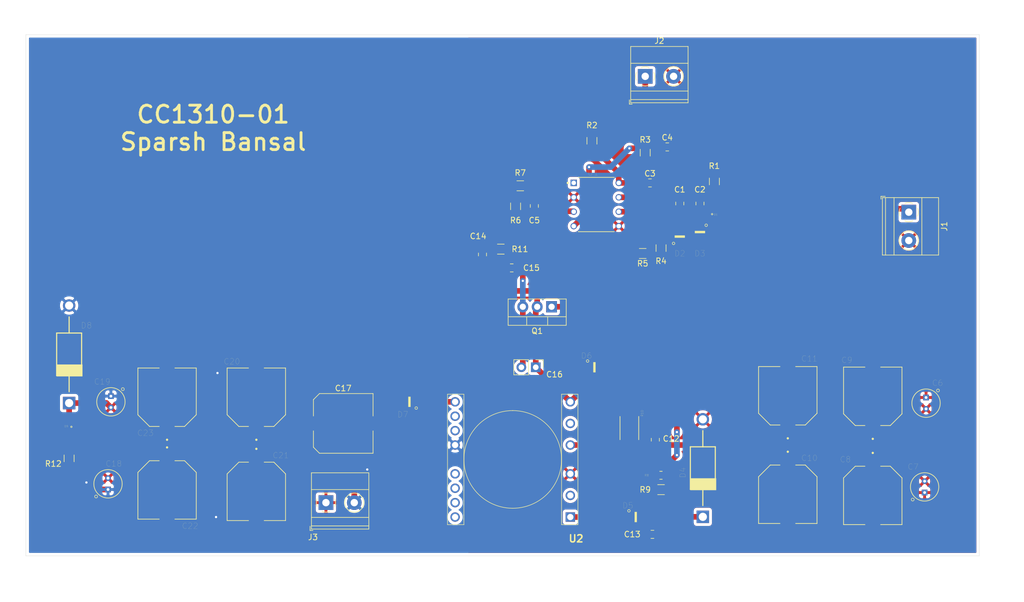
<source format=kicad_pcb>
(kicad_pcb (version 20171130) (host pcbnew "(5.1.4)-1")
  (layers (0 F.Cu signal) (31 B.Cu signal) (34 B.Paste user) (35 F.Paste user) (36 B.SilkS user) (37 F.SilkS user) (38 B.Mask user) (39 F.Mask user) (44 Edge.Cuts user))
  (net 0 "")
  (net 1 VCC)
  (net 2 GND)
  (net 3 +5V)
  (net 4 "Net-(C4-Pad1)")
  (net 5 "Net-(C5-Pad1)")
  (net 6 "Net-(C10-Pad1)")
  (net 7 "Net-(C12-Pad1)")
  (net 8 "Net-(C14-Pad2)")
  (net 9 "Net-(C14-Pad1)")
  (net 10 "Net-(C15-Pad1)")
  (net 11 "Net-(C15-Pad2)")
  (net 12 VCCQ)
  (net 13 GNDA)
  (net 14 "Net-(Q1-Pad1)")
  (net 15 "Net-(D1-Pad1)")
  (net 16 "Net-(R2-Pad2)")
  (net 17 "Net-(D2-Pad2)")
  (net 18 "Net-(D9-Pad1)")
  (net 19 "Net-(RV1-Pad2)")
  (net 20 "Net-(U2-Pad14)")
  (net 21 "Net-(U2-Pad13)")
  (net 22 "Net-(U2-Pad12)")
  (net 23 "Net-(U2-Pad11)")
  (net 24 "Net-(U2-Pad9)")
  (net 25 "Net-(U2-Pad8)")
  (net 26 "Net-(D7-Pad2)")
  (net 27 "Net-(U2-Pad5)")
  (net 28 "Net-(U2-Pad2)")
  (net 29 "Net-(D5-Pad2)")
  (module Capacitor_SMD:C_0805_2012Metric (layer F.Cu) (at 170.18 71.1985 90)
    (fp_text reference C1 (at 2.4615 0 180) (layer F.SilkS))
    (fp_text value GRM21BR71H104KA01L)
    (pad 1 smd roundrect (at -0.9375 0 90) (size 0.975 1.4) (layers F.Cu F.Paste F.Mask) (net 1 VCC))
    (pad 2 smd roundrect (at 0.9375 0 90) (size 0.975 1.4) (layers F.Cu F.Paste F.Mask) (net 2 GND))
  )
  (module Capacitor_SMD:C_0805_2012Metric (layer F.Cu) (at 173.736 71.1985 90)
    (fp_text reference C2 (at 2.4615 0 180) (layer F.SilkS))
    (fp_text value GRM21BR71H104KA01L)
    (pad 2 smd roundrect (at 0.9375 0 90) (size 0.975 1.4) (layers F.Cu F.Paste F.Mask) (net 2 GND))
    (pad 1 smd roundrect (at -0.9375 0 90) (size 0.975 1.4) (layers F.Cu F.Paste F.Mask) (net 1 VCC))
  )
  (module Capacitor_SMD:C_0805_2012Metric (layer F.Cu) (at 164.9245 67.564)
    (fp_text reference C3 (at 0 -1.65) (layer F.SilkS))
    (fp_text value GRM21BR71H104KA01L)
    (pad 1 smd roundrect (at -0.9375 0) (size 0.975 1.4) (layers F.Cu F.Paste F.Mask) (net 3 +5V))
    (pad 2 smd roundrect (at 0.9375 0) (size 0.975 1.4) (layers F.Cu F.Paste F.Mask) (net 2 GND))
  )
  (module Capacitor_SMD:C_0805_2012Metric (layer F.Cu) (at 167.9725 61.214)
    (fp_text reference C4 (at 0 -1.65) (layer F.SilkS))
    (fp_text value 1000pF)
    (pad 2 smd roundrect (at 0.9375 0) (size 0.975 1.4) (layers F.Cu F.Paste F.Mask) (net 2 GND))
    (pad 1 smd roundrect (at -0.9375 0) (size 0.975 1.4) (layers F.Cu F.Paste F.Mask) (net 4 "Net-(C4-Pad1)"))
  )
  (module Capacitor_SMD:C_0805_2012Metric (layer F.Cu) (at 144.526 71.628 90)
    (fp_text reference C5 (at -2.54 0 180) (layer F.SilkS))
    (fp_text value 100pF)
    (pad 1 smd roundrect (at -0.9375 0 90) (size 0.975 1.4) (layers F.Cu F.Paste F.Mask) (net 5 "Net-(C5-Pad1)"))
    (pad 2 smd roundrect (at 0.9375 0 90) (size 0.975 1.4) (layers F.Cu F.Paste F.Mask) (net 2 GND))
  )
  (module transformers-board:CAPAE1030X1050N (layer F.Cu) (at 204.216 122.682 270)
    (fp_text reference C8 (at -6.35 4.826 180) (layer F.SilkS) (effects (font (thickness 0.015))))
    (fp_text value EEHZA1H101P)
    (pad 2 smd rect (at 4.525 0 270) (size 4.46 2.12) (layers F.Cu F.Paste F.Mask) (net 2 GND))
    (pad 1 smd rect (at -4.525 0 270) (size 4.46 2.12) (layers F.Cu F.Paste F.Mask) (net 6 "Net-(C10-Pad1)"))
  )
  (module transformers-board:CAPAE1030X1050N (layer F.Cu) (at 204.216 105.203 90)
    (fp_text reference C9 (at 6.397 -4.572 180) (layer F.SilkS) (effects (font (thickness 0.015))))
    (fp_text value EEHZA1H101P)
    (pad 1 smd rect (at -4.525 0 90) (size 4.46 2.12) (layers F.Cu F.Paste F.Mask) (net 6 "Net-(C10-Pad1)"))
    (pad 2 smd rect (at 4.525 0 90) (size 4.46 2.12) (layers F.Cu F.Paste F.Mask) (net 2 GND))
  )
  (module transformers-board:CAPAE1030X1050N (layer F.Cu) (at 189.23 122.475 270)
    (fp_text reference C10 (at -6.397 -3.81 180) (layer F.SilkS) (effects (font (thickness 0.015))))
    (fp_text value EEHZA1H101P)
    (pad 2 smd rect (at 4.525 0 270) (size 4.46 2.12) (layers F.Cu F.Paste F.Mask) (net 2 GND))
    (pad 1 smd rect (at -4.525 0 270) (size 4.46 2.12) (layers F.Cu F.Paste F.Mask) (net 6 "Net-(C10-Pad1)"))
  )
  (module transformers-board:CAPAE1030X1050N (layer F.Cu) (at 189.23 105.109 90)
    (fp_text reference C11 (at 6.557 3.81 180) (layer F.SilkS) (effects (font (thickness 0.015))))
    (fp_text value EEHZA1H101P)
    (pad 1 smd rect (at -4.525 0 90) (size 4.46 2.12) (layers F.Cu F.Paste F.Mask) (net 6 "Net-(C10-Pad1)"))
    (pad 2 smd rect (at 4.525 0 90) (size 4.46 2.12) (layers F.Cu F.Paste F.Mask) (net 2 GND))
  )
  (module Capacitor_SMD:C_0805_2012Metric (layer F.Cu) (at 165.862 112.8545 270)
    (fp_text reference C12 (at -0.1755 -2.794 180) (layer F.SilkS))
    (fp_text value 200uF)
    (pad 2 smd roundrect (at 0.9375 0 270) (size 0.975 1.4) (layers F.Cu F.Paste F.Mask) (net 6 "Net-(C10-Pad1)"))
    (pad 1 smd roundrect (at -0.9375 0 270) (size 0.975 1.4) (layers F.Cu F.Paste F.Mask) (net 7 "Net-(C12-Pad1)"))
  )
  (module Capacitor_SMD:C_0805_2012Metric (layer F.Cu) (at 165.354 129.54)
    (fp_text reference C13 (at -3.556 0) (layer F.SilkS))
    (fp_text value 120uF)
    (pad 1 smd roundrect (at -0.9375 0) (size 0.975 1.4) (layers F.Cu F.Paste F.Mask) (net 1 VCC))
    (pad 2 smd roundrect (at 0.9375 0) (size 0.975 1.4) (layers F.Cu F.Paste F.Mask) (net 2 GND))
  )
  (module Capacitor_SMD:C_0805_2012Metric (layer F.Cu) (at 135.382 80.1855 90)
    (fp_text reference C14 (at 3.2235 -0.762 180) (layer F.SilkS))
    (fp_text value 1.014nF)
    (pad 2 smd roundrect (at 0.9375 0 90) (size 0.975 1.4) (layers F.Cu F.Paste F.Mask) (net 8 "Net-(C14-Pad2)"))
    (pad 1 smd roundrect (at -0.9375 0 90) (size 0.975 1.4) (layers F.Cu F.Paste F.Mask) (net 9 "Net-(C14-Pad1)"))
  )
  (module Capacitor_SMD:C_0805_2012Metric (layer F.Cu) (at 140.5405 82.55)
    (fp_text reference C15 (at 3.4775 0) (layer F.SilkS))
    (fp_text value 08051A471JAT2A)
    (pad 1 smd roundrect (at -0.9375 0) (size 0.975 1.4) (layers F.Cu F.Paste F.Mask) (net 10 "Net-(C15-Pad1)"))
    (pad 2 smd roundrect (at 0.9375 0) (size 0.975 1.4) (layers F.Cu F.Paste F.Mask) (net 11 "Net-(C15-Pad2)"))
  )
  (module Connector_PinHeader_2.54mm:PinHeader_1x02_P2.54mm_Vertical (layer F.Cu) (at 144.78 100.076 270)
    (fp_text reference C16 (at 1.27 -3.302 180) (layer F.SilkS))
    (fp_text value "1.014nF (DO NOT POPULATE - TEST POINT)")
    (pad 1 thru_hole rect (at 0 0 270) (size 1.7 1.7) (drill 1) (layers *.Cu *.Mask) (net 9 "Net-(C14-Pad1)"))
    (pad 2 thru_hole oval (at 0 2.54 270) (size 1.7 1.7) (drill 1) (layers *.Cu *.Mask) (net 11 "Net-(C15-Pad2)"))
  )
  (module Capacitor_SMD:C_Elec_10x10.2 (layer F.Cu) (at 110.826 109.982)
    (fp_text reference C17 (at 0 -6.2) (layer F.SilkS))
    (fp_text value EGPA500ELL222ML40S)
    (pad 1 smd roundrect (at -4.4 0) (size 4.6 2.1) (layers F.Cu F.Paste F.Mask) (roundrect_rratio 0.119048) (net 12 VCCQ))
    (pad 2 smd roundrect (at 4.4 0) (size 4.6 2.1) (layers F.Cu F.Paste F.Mask) (roundrect_rratio 0.119048) (net 13 GNDA))
  )
  (module transformers-board:CAPAE1030X1050N (layer F.Cu) (at 95.504 105.363 90)
    (fp_text reference C20 (at 6.303 -4.318 180) (layer F.SilkS) (effects (font (thickness 0.015))))
    (fp_text value EEHZA1H101P)
    (pad 2 smd rect (at 4.525 0 90) (size 4.46 2.12) (layers F.Cu F.Paste F.Mask) (net 13 GNDA))
    (pad 1 smd rect (at -4.525 0 90) (size 4.46 2.12) (layers F.Cu F.Paste F.Mask) (net 12 VCCQ))
  )
  (module transformers-board:CAPAE1030X1050N (layer F.Cu) (at 95.504 121.967 270)
    (fp_text reference C21 (at -6.35 -4.318 180) (layer F.SilkS) (effects (font (thickness 0.015))))
    (fp_text value EEHZA1H101P)
    (pad 1 smd rect (at -4.525 0 270) (size 4.46 2.12) (layers F.Cu F.Paste F.Mask) (net 12 VCCQ))
    (pad 2 smd rect (at 4.525 0 270) (size 4.46 2.12) (layers F.Cu F.Paste F.Mask) (net 13 GNDA))
  )
  (module transformers-board:CAPAE1030X1050N (layer F.Cu) (at 79.756 121.713 270)
    (fp_text reference C22 (at 6.35 -4.064 180) (layer F.SilkS) (effects (font (thickness 0.015))))
    (fp_text value EEHZA1H101P)
    (pad 2 smd rect (at 4.525 0 270) (size 4.46 2.12) (layers F.Cu F.Paste F.Mask) (net 13 GNDA))
    (pad 1 smd rect (at -4.525 0 270) (size 4.46 2.12) (layers F.Cu F.Paste F.Mask) (net 12 VCCQ))
  )
  (module transformers-board:CAPAE1030X1050N (layer F.Cu) (at 79.756 105.363 90)
    (fp_text reference C23 (at -6.303 -3.81 180) (layer F.SilkS) (effects (font (thickness 0.015))))
    (fp_text value EEHZA1H101P)
    (pad 1 smd rect (at -4.525 0 90) (size 4.46 2.12) (layers F.Cu F.Paste F.Mask) (net 12 VCCQ))
    (pad 2 smd rect (at 4.525 0 90) (size 4.46 2.12) (layers F.Cu F.Paste F.Mask) (net 13 GNDA))
  )
  (module TerminalBlock_Phoenix:TerminalBlock_Phoenix_MKDS-1,5-2_1x02_P5.00mm_Horizontal (layer F.Cu) (at 210.566 72.724 270)
    (fp_text reference J1 (at 2.5 -6.26 90) (layer F.SilkS))
    (fp_text value Screw_Terminal_01x02)
    (pad 2 thru_hole circle (at 5 0 270) (size 2.6 2.6) (drill 1.3) (layers *.Cu *.Mask) (net 2 GND))
    (pad 1 thru_hole rect (at 0 0 270) (size 2.6 2.6) (drill 1.3) (layers *.Cu *.Mask) (net 1 VCC))
  )
  (module TerminalBlock_Phoenix:TerminalBlock_Phoenix_MKDS-1,5-2_1x02_P5.00mm_Horizontal (layer F.Cu) (at 164.084 48.768)
    (fp_text reference J2 (at 2.5 -6.26) (layer F.SilkS))
    (fp_text value Screw_Terminal_01x02)
    (pad 1 thru_hole rect (at 0 0) (size 2.6 2.6) (drill 1.3) (layers *.Cu *.Mask) (net 3 +5V))
    (pad 2 thru_hole circle (at 5 0) (size 2.6 2.6) (drill 1.3) (layers *.Cu *.Mask) (net 2 GND))
  )
  (module TerminalBlock_Phoenix:TerminalBlock_Phoenix_MKDS-1,5-2_1x02_P5.00mm_Horizontal (layer F.Cu) (at 107.776 123.952)
    (fp_text reference J3 (at -2.286 6.096) (layer F.SilkS))
    (fp_text value Screw_Terminal_01x02)
    (pad 1 thru_hole rect (at 0 0) (size 2.6 2.6) (drill 1.3) (layers *.Cu *.Mask) (net 12 VCCQ))
    (pad 2 thru_hole circle (at 5 0) (size 2.6 2.6) (drill 1.3) (layers *.Cu *.Mask) (net 13 GNDA))
  )
  (module Package_TO_SOT_THT:TO-220-3_Vertical (layer F.Cu) (at 147.574 89.408 180)
    (fp_text reference Q1 (at 2.54 -4.27) (layer F.SilkS))
    (fp_text value IRF3205)
    (pad 1 thru_hole rect (at 0 0 180) (size 1.905 2) (drill 1.1) (layers *.Cu *.Mask) (net 14 "Net-(Q1-Pad1)"))
    (pad 2 thru_hole oval (at 2.54 0 180) (size 1.905 2) (drill 1.1) (layers *.Cu *.Mask) (net 9 "Net-(C14-Pad1)"))
    (pad 3 thru_hole oval (at 5.08 0 180) (size 1.905 2) (drill 1.1) (layers *.Cu *.Mask) (net 11 "Net-(C15-Pad2)"))
  )
  (module footprints:R_0805_OEM (layer F.Cu) (at 176.276 67.31 90)
    (fp_text reference R1 (at 2.728 0 180) (layer F.SilkS))
    (fp_text value 100 hide)
    (pad 1 smd rect (at -0.95 0 90) (size 0.7 1.3) (layers F.Cu F.Paste F.Mask) (net 15 "Net-(D1-Pad1)"))
    (pad 2 smd rect (at 0.95 0 90) (size 0.7 1.3) (layers F.Cu F.Paste F.Mask) (net 2 GND))
  )
  (module footprints:R_0805_OEM (layer F.Cu) (at 154.686 60.132 90)
    (fp_text reference R2 (at 2.728 0 180) (layer F.SilkS))
    (fp_text value R_100 hide)
    (pad 1 smd rect (at -0.95 0 90) (size 0.7 1.3) (layers F.Cu F.Paste F.Mask) (net 3 +5V))
    (pad 2 smd rect (at 0.95 0 90) (size 0.7 1.3) (layers F.Cu F.Paste F.Mask) (net 16 "Net-(R2-Pad2)"))
  )
  (module footprints:R_0805_OEM (layer F.Cu) (at 164.084 62.23 90)
    (fp_text reference R3 (at 2.286 0 180) (layer F.SilkS))
    (fp_text value R_4.7K hide)
    (pad 2 smd rect (at 0.95 0 90) (size 0.7 1.3) (layers F.Cu F.Paste F.Mask) (net 4 "Net-(C4-Pad1)"))
    (pad 1 smd rect (at -0.95 0 90) (size 0.7 1.3) (layers F.Cu F.Paste F.Mask) (net 3 +5V))
  )
  (module footprints:R_0805_OEM (layer F.Cu) (at 166.878 79.06 270)
    (fp_text reference R4 (at 2.286 0 180) (layer F.SilkS))
    (fp_text value 10 hide)
    (pad 1 smd rect (at -0.95 0 270) (size 0.7 1.3) (layers F.Cu F.Paste F.Mask) (net 17 "Net-(D2-Pad2)"))
    (pad 2 smd rect (at 0.95 0 270) (size 0.7 1.3) (layers F.Cu F.Paste F.Mask) (net 14 "Net-(Q1-Pad1)"))
  )
  (module footprints:R_0805_OEM (layer F.Cu) (at 163.642 80.01)
    (fp_text reference R5 (at 0 1.778) (layer F.SilkS))
    (fp_text value 10K hide)
    (pad 2 smd rect (at 0.95 0) (size 0.7 1.3) (layers F.Cu F.Paste F.Mask) (net 14 "Net-(Q1-Pad1)"))
    (pad 1 smd rect (at -0.95 0) (size 0.7 1.3) (layers F.Cu F.Paste F.Mask) (net 2 GND))
  )
  (module footprints:R_0805_OEM (layer F.Cu) (at 141.224 71.694 90)
    (fp_text reference R6 (at -2.474 0 180) (layer F.SilkS))
    (fp_text value 10K hide)
    (pad 2 smd rect (at 0.95 0 90) (size 0.7 1.3) (layers F.Cu F.Paste F.Mask) (net 11 "Net-(C15-Pad2)"))
    (pad 1 smd rect (at -0.95 0 90) (size 0.7 1.3) (layers F.Cu F.Paste F.Mask) (net 5 "Net-(C5-Pad1)"))
  )
  (module footprints:R_0805_OEM (layer F.Cu) (at 142.052 68.072 180)
    (fp_text reference R7 (at 0 2.286) (layer F.SilkS))
    (fp_text value 0.75 hide)
    (pad 2 smd rect (at 0.95 0 180) (size 0.7 1.3) (layers F.Cu F.Paste F.Mask) (net 11 "Net-(C15-Pad2)"))
    (pad 1 smd rect (at -0.95 0 180) (size 0.7 1.3) (layers F.Cu F.Paste F.Mask) (net 2 GND))
  )
  (module transformers-board:CRCW08050000Z0EA (layer F.Cu) (at 166.862 119.126)
    (fp_text reference R8 (at -2.524 0) (layer F.SilkS) (effects (font (size 0.393701 0.393701) (thickness 0.015))))
    (fp_text value CRCW08050000Z0EA)
    (pad 2 smd rect (at 1 0) (size 0.92 1.42) (layers F.Cu F.Paste F.Mask) (net 1 VCC))
    (pad 1 smd rect (at -1 0) (size 0.92 1.42) (layers F.Cu F.Paste F.Mask) (net 6 "Net-(C10-Pad1)"))
  )
  (module footprints:R_0805_OEM (layer F.Cu) (at 166.878 121.666)
    (fp_text reference R9 (at -2.794 0) (layer F.SilkS))
    (fp_text value R_100K hide)
    (pad 2 smd rect (at 0.95 0) (size 0.7 1.3) (layers F.Cu F.Paste F.Mask) (net 1 VCC))
    (pad 1 smd rect (at -0.95 0) (size 0.7 1.3) (layers F.Cu F.Paste F.Mask) (net 6 "Net-(C10-Pad1)"))
  )
  (module transformers-board:CRCW251210K7FKEG (layer F.Cu) (at 161.29 110.802 270)
    (fp_text reference R10 (at -2.61 -2.25 90) (layer F.SilkS) (effects (font (size 0.393701 0.393701) (thickness 0.015))))
    (fp_text value CRCW251210K7FKEG)
    (pad 2 smd rect (at 2.99 0 270) (size 1.24 3.32) (layers F.Cu F.Paste F.Mask) (net 6 "Net-(C10-Pad1)"))
    (pad 1 smd rect (at -2.99 0 270) (size 1.24 3.32) (layers F.Cu F.Paste F.Mask) (net 7 "Net-(C12-Pad1)"))
  )
  (module footprints:R_0805_OEM (layer F.Cu) (at 138.618 79.248 180)
    (fp_text reference R11 (at -3.368 0) (layer F.SilkS))
    (fp_text value 15 hide)
    (pad 1 smd rect (at -0.95 0 180) (size 0.7 1.3) (layers F.Cu F.Paste F.Mask) (net 10 "Net-(C15-Pad1)"))
    (pad 2 smd rect (at 0.95 0 180) (size 0.7 1.3) (layers F.Cu F.Paste F.Mask) (net 8 "Net-(C14-Pad2)"))
  )
  (module footprints:R_0805_OEM (layer F.Cu) (at 62.484 116.144 270)
    (fp_text reference R12 (at 0.95 2.794 180) (layer F.SilkS))
    (fp_text value R_10K hide)
    (pad 1 smd rect (at -0.95 0 270) (size 0.7 1.3) (layers F.Cu F.Paste F.Mask) (net 18 "Net-(D9-Pad1)"))
    (pad 2 smd rect (at 0.95 0 270) (size 0.7 1.3) (layers F.Cu F.Paste F.Mask) (net 13 GNDA))
  )
  (module transformers-board:DIP794W45P254L959H508Q8 (layer F.Cu) (at 155.448 71.374)
    (fp_text reference U1 (at -0.565 -5.607) (layer F.SilkS) (effects (font (thickness 0.015))))
    (fp_text value UC2844NG4)
    (pad 8 thru_hole circle (at 3.97 -3.81) (size 1.13 1.13) (drill 0.78) (layers *.Cu *.Mask) (net 3 +5V))
    (pad 7 thru_hole circle (at 3.97 -1.27) (size 1.13 1.13) (drill 0.78) (layers *.Cu *.Mask) (net 1 VCC))
    (pad 6 thru_hole circle (at 3.97 1.27) (size 1.13 1.13) (drill 0.78) (layers *.Cu *.Mask) (net 17 "Net-(D2-Pad2)"))
    (pad 5 thru_hole circle (at 3.97 3.81) (size 1.13 1.13) (drill 0.78) (layers *.Cu *.Mask) (net 2 GND))
    (pad 4 thru_hole circle (at -3.97 3.81) (size 1.13 1.13) (drill 0.78) (layers *.Cu *.Mask) (net 4 "Net-(C4-Pad1)"))
    (pad 3 thru_hole circle (at -3.97 1.27) (size 1.13 1.13) (drill 0.78) (layers *.Cu *.Mask) (net 5 "Net-(C5-Pad1)"))
    (pad 2 thru_hole circle (at -3.97 -1.27) (size 1.13 1.13) (drill 0.78) (layers *.Cu *.Mask) (net 2 GND))
    (pad 1 thru_hole rect (at -3.97 -3.81) (size 1.13 1.13) (drill 0.78) (layers *.Cu *.Mask) (net 19 "Net-(RV1-Pad2)"))
  )
  (module transformers-board:CPVPQ20161S14PZ (layer F.Cu) (at 150.876 126.492 90)
    (fp_text reference U2 (at -3.81 1.016 180) (layer F.SilkS) (effects (font (size 1.27 1.27) (thickness 0.254))))
    (fp_text value PC47PQ20_16Z-22 hide)
    (pad 14 thru_hole circle (at 0 -20.32 90) (size 1.665 1.665) (drill 1.11) (layers *.Cu *.Mask) (net 20 "Net-(U2-Pad14)"))
    (pad 13 thru_hole circle (at 2.54 -20.32 90) (size 1.665 1.665) (drill 1.11) (layers *.Cu *.Mask) (net 21 "Net-(U2-Pad13)"))
    (pad 12 thru_hole circle (at 5.08 -20.32 90) (size 1.665 1.665) (drill 1.11) (layers *.Cu *.Mask) (net 22 "Net-(U2-Pad12)"))
    (pad 11 thru_hole circle (at 7.62 -20.32 90) (size 1.665 1.665) (drill 1.11) (layers *.Cu *.Mask) (net 23 "Net-(U2-Pad11)"))
    (pad 10 thru_hole circle (at 12.7 -20.32 90) (size 1.665 1.665) (drill 1.11) (layers *.Cu *.Mask) (net 13 GNDA))
    (pad 9 thru_hole circle (at 15.24 -20.32 90) (size 1.665 1.665) (drill 1.11) (layers *.Cu *.Mask) (net 24 "Net-(U2-Pad9)"))
    (pad 8 thru_hole circle (at 17.78 -20.32 90) (size 1.665 1.665) (drill 1.11) (layers *.Cu *.Mask) (net 25 "Net-(U2-Pad8)"))
    (pad 7 thru_hole circle (at 20.32 -20.32 90) (size 1.665 1.665) (drill 1.11) (layers *.Cu *.Mask) (net 26 "Net-(D7-Pad2)"))
    (pad 6 thru_hole circle (at 20.32 0 90) (size 1.665 1.665) (drill 1.11) (layers *.Cu *.Mask) (net 9 "Net-(C14-Pad1)"))
    (pad 5 thru_hole circle (at 16.51 0 90) (size 1.665 1.665) (drill 1.11) (layers *.Cu *.Mask) (net 27 "Net-(U2-Pad5)"))
    (pad 4 thru_hole circle (at 12.7 0 90) (size 1.665 1.665) (drill 1.11) (layers *.Cu *.Mask) (net 6 "Net-(C10-Pad1)"))
    (pad 3 thru_hole circle (at 7.62 0 90) (size 1.665 1.665) (drill 1.11) (layers *.Cu *.Mask) (net 2 GND))
    (pad 2 thru_hole circle (at 3.81 0 90) (size 1.665 1.665) (drill 1.11) (layers *.Cu *.Mask) (net 28 "Net-(U2-Pad2)"))
    (pad 1 thru_hole rect (at 0 0 90) (size 1.665 1.665) (drill 1.11) (layers *.Cu *.Mask) (net 29 "Net-(D5-Pad2)"))
  )
  (module transformers-board:CAPPRD200W50D500H1100B (layer F.Cu) (at 213.614 106.41 270)
    (fp_text reference C6 (at -3.572 -2.032 180) (layer F.SilkS) (effects (font (size 1.000047 1.000047) (thickness 0.015))))
    (fp_text value ECA1HM100)
    (pad 2 thru_hole rect (at -1 0 270) (size 1.008 1.008) (drill 0.5) (layers *.Cu *.Mask) (net 2 GND))
    (pad 1 thru_hole circle (at 1 0 270) (size 1.008 1.008) (drill 0.5) (layers *.Cu *.Mask) (net 6 "Net-(C10-Pad1)"))
  )
  (module transformers-board:CAPPRD200W50D500H1100B (layer F.Cu) (at 213.36 121.174 90)
    (fp_text reference C7 (at 3.556 -2.032 180) (layer F.SilkS) (effects (font (size 1.000047 1.000047) (thickness 0.015))))
    (fp_text value ECA1HM100)
    (pad 1 thru_hole circle (at 1 0 90) (size 1.008 1.008) (drill 0.5) (layers *.Cu *.Mask) (net 6 "Net-(C10-Pad1)"))
    (pad 2 thru_hole rect (at -1 0 90) (size 1.008 1.008) (drill 0.5) (layers *.Cu *.Mask) (net 2 GND))
  )
  (module transformers-board:CAPPRD200W50D500H1100B (layer F.Cu) (at 69.342 120.634 90)
    (fp_text reference C18 (at 3.556 1.016 180) (layer F.SilkS) (effects (font (size 1.000047 1.000047) (thickness 0.015))))
    (fp_text value ECA1HM100)
    (pad 2 thru_hole rect (at -1 0 90) (size 1.008 1.008) (drill 0.5) (layers *.Cu *.Mask) (net 13 GNDA))
    (pad 1 thru_hole circle (at 1 0 90) (size 1.008 1.008) (drill 0.5) (layers *.Cu *.Mask) (net 12 VCCQ))
  )
  (module transformers-board:CAPPRD200W50D500H1100B (layer F.Cu) (at 69.85 106.172 270)
    (fp_text reference C19 (at -3.556 1.524 180) (layer F.SilkS) (effects (font (size 1.000047 1.000047) (thickness 0.015))))
    (fp_text value ECA1HM100)
    (pad 1 thru_hole circle (at 1 0 270) (size 1.008 1.008) (drill 0.5) (layers *.Cu *.Mask) (net 12 VCCQ))
    (pad 2 thru_hole rect (at -1 0 270) (size 1.008 1.008) (drill 0.5) (layers *.Cu *.Mask) (net 13 GNDA))
  )
  (module transformers-board:LEDM1608X80 (layer F.Cu) (at 176.276 71.374 90)
    (fp_text reference D1 (at -1.79 0.254 180) (layer F.SilkS) (effects (font (size 0.320021 0.320021) (thickness 0.015))))
    (fp_text value LTST-C190GKT)
    (pad 1 smd rect (at 0.75 0 90) (size 0.8 0.8) (layers F.Cu F.Paste F.Mask) (net 15 "Net-(D1-Pad1)"))
    (pad 2 smd rect (at -0.75 0 90) (size 0.8 0.8) (layers F.Cu F.Paste F.Mask) (net 1 VCC))
  )
  (module transformers-board:SODFL3718X108N (layer F.Cu) (at 170.18 76.632 90)
    (fp_text reference D2 (at -3.378 0 180) (layer F.SilkS) (effects (font (size 1.000094 1.000094) (thickness 0.015))))
    (fp_text value SL04-E3-08)
    (pad 2 smd rect (at -1.6 0 90) (size 1.12 1.22) (layers F.Cu F.Paste F.Mask) (net 17 "Net-(D2-Pad2)"))
    (pad 1 smd rect (at 1.6 0 90) (size 1.12 1.22) (layers F.Cu F.Paste F.Mask) (net 1 VCC))
  )
  (module transformers-board:SODFL3718X108N (layer F.Cu) (at 173.736 76.632 270)
    (fp_text reference D3 (at 3.378 0 180) (layer F.SilkS) (effects (font (size 1.000094 1.000094) (thickness 0.015))))
    (fp_text value SL04-E3-08)
    (pad 1 smd rect (at 1.6 0 270) (size 1.12 1.22) (layers F.Cu F.Paste F.Mask) (net 17 "Net-(D2-Pad2)"))
    (pad 2 smd rect (at -1.6 0 270) (size 1.12 1.22) (layers F.Cu F.Paste F.Mask) (net 2 GND))
  )
  (module transformers-board:SODFL3718X108N (layer F.Cu) (at 162.814 126.492)
    (fp_text reference D5 (at -1.778 -2.032) (layer F.SilkS) (effects (font (size 1.000094 1.000094) (thickness 0.015))))
    (fp_text value SL04-E3-08)
    (pad 1 smd rect (at 1.6 0) (size 1.12 1.22) (layers F.Cu F.Paste F.Mask) (net 1 VCC))
    (pad 2 smd rect (at -1.6 0) (size 1.12 1.22) (layers F.Cu F.Paste F.Mask) (net 29 "Net-(D5-Pad2)"))
  )
  (module transformers-board:SODFL3718X108N (layer F.Cu) (at 155.524 100.076)
    (fp_text reference D6 (at -1.778 -2.032) (layer F.SilkS) (effects (font (size 1.000094 1.000094) (thickness 0.015))))
    (fp_text value SL04-E3-08)
    (pad 2 smd rect (at -1.6 0) (size 1.12 1.22) (layers F.Cu F.Paste F.Mask) (net 9 "Net-(C14-Pad1)"))
    (pad 1 smd rect (at 1.6 0) (size 1.12 1.22) (layers F.Cu F.Paste F.Mask) (net 7 "Net-(C12-Pad1)"))
  )
  (module transformers-board:SODFL3718X108N (layer F.Cu) (at 122.098 106.172 180)
    (fp_text reference D7 (at 0.77507 -2.23522) (layer F.SilkS) (effects (font (size 1.000094 1.000094) (thickness 0.015))))
    (fp_text value SL04-E3-08)
    (pad 1 smd rect (at 1.6 0 180) (size 1.12 1.22) (layers F.Cu F.Paste F.Mask) (net 12 VCCQ))
    (pad 2 smd rect (at -1.6 0 180) (size 1.12 1.22) (layers F.Cu F.Paste F.Mask) (net 26 "Net-(D7-Pad2)"))
  )
  (module transformers-board:LEDM1608X80 (layer F.Cu) (at 62.484 112.28 270)
    (fp_text reference D9 (at -1.79 0.508 180) (layer F.SilkS) (effects (font (size 0.320021 0.320021) (thickness 0.015))))
    (fp_text value LTST-C190GKT)
    (pad 2 smd rect (at -0.75 0 270) (size 0.8 0.8) (layers F.Cu F.Paste F.Mask) (net 12 VCCQ))
    (pad 1 smd rect (at 0.75 0 270) (size 0.8 0.8) (layers F.Cu F.Paste F.Mask) (net 18 "Net-(D9-Pad1)"))
  )
  (module transformers-board:DIOAD1720W120L750D440P (layer F.Cu) (at 174.244 117.856 90)
    (fp_text reference D4 (at -0.796675 -3.531055 90) (layer F.SilkS) (effects (font (size 1.027961 1.027961) (thickness 0.015))))
    (fp_text value 1N5357BRLG)
    (pad 2 thru_hole circle (at 8.6 0 90) (size 2.2 2.2) (drill 1.45) (layers *.Cu *.Mask) (net 2 GND))
    (pad 1 thru_hole rect (at -8.6 0 90) (size 2.2 2.2) (drill 1.45) (layers *.Cu *.Mask) (net 1 VCC))
  )
  (module transformers-board:DIOAD1720W120L750D440P (layer F.Cu) (at 62.484 97.79 90)
    (fp_text reference D8 (at 5.08 3.048 180) (layer F.SilkS) (effects (font (size 1.027961 1.027961) (thickness 0.015))))
    (fp_text value 1N5357BRLG)
    (pad 1 thru_hole rect (at -8.6 0 90) (size 2.2 2.2) (drill 1.45) (layers *.Cu *.Mask) (net 12 VCCQ))
    (pad 2 thru_hole circle (at 8.6 0 90) (size 2.2 2.2) (drill 1.45) (layers *.Cu *.Mask) (net 13 GNDA))
  )
  (gr_text "CC1310-01\nSparsh Bansal" (at 87.884 57.912) (layer F.SilkS) (effects (font (size 3 3) (thickness 0.5))))
  (gr_line (start 54.864 133.35) (end 223.012 133.35) (layer Edge.Cuts) (width 0.05))
  (gr_line (start 54.864 41.402) (end 54.864 133.35) (layer Edge.Cuts) (width 0.05))
  (gr_line (start 223.012 41.402) (end 54.864 41.402) (layer Edge.Cuts) (width 0.05))
  (gr_line (start 223.012 133.35) (end 223.012 41.402) (layer Edge.Cuts) (width 0.05))
  (segment (start 176.264 72.136) (end 176.276 72.124) (width 1) (layer F.Cu) (net 1))
  (segment (start 173.736 72.136) (end 176.264 72.136) (width 1) (layer F.Cu) (net 1))
  (segment (start 170.18 72.136) (end 173.736 72.136) (width 1) (layer F.Cu) (net 1))
  (segment (start 170.18 75.032) (end 170.18 72.136) (width 1) (layer F.Cu) (net 1))
  (segment (start 209.966 72.124) (end 210.566 72.724) (width 1) (layer F.Cu) (net 1))
  (segment (start 176.276 72.124) (end 209.966 72.124) (width 1) (layer F.Cu) (net 1))
  (segment (start 167.828 123.078) (end 167.828 121.666) (width 1) (layer F.Cu) (net 1))
  (segment (start 164.414 126.492) (end 167.828 123.078) (width 1) (layer F.Cu) (net 1))
  (segment (start 167.862 121.632) (end 167.828 121.666) (width 1) (layer F.Cu) (net 1))
  (segment (start 167.862 119.126) (end 167.862 121.632) (width 1) (layer F.Cu) (net 1))
  (segment (start 164.4165 126.4945) (end 164.414 126.492) (width 1) (layer F.Cu) (net 1))
  (segment (start 164.4165 129.54) (end 164.4165 126.4945) (width 1) (layer F.Cu) (net 1))
  (segment (start 164.45 126.456) (end 164.414 126.492) (width 1) (layer F.Cu) (net 1))
  (segment (start 174.244 126.456) (end 164.45 126.456) (width 1) (layer F.Cu) (net 1))
  (via (at 169.672 115.57) (size 0.8) (drill 0.4) (layers F.Cu B.Cu) (net 1))
  (segment (start 167.862 119.126) (end 167.862 117.38) (width 1) (layer F.Cu) (net 1))
  (segment (start 167.862 117.38) (end 169.672 115.57) (width 1) (layer F.Cu) (net 1))
  (via (at 169.672 111.506) (size 0.8) (drill 0.4) (layers F.Cu B.Cu) (net 1))
  (segment (start 169.672 115.57) (end 169.672 111.506) (width 1) (layer B.Cu) (net 1))
  (segment (start 169.672 111.506) (end 169.672 86.36) (width 1) (layer F.Cu) (net 1))
  (segment (start 176.276 79.756) (end 176.276 72.124) (width 1) (layer F.Cu) (net 1))
  (segment (start 169.672 86.36) (end 176.276 79.756) (width 1) (layer F.Cu) (net 1))
  (segment (start 160.21703 70.104) (end 159.418 70.104) (width 1) (layer F.Cu) (net 1))
  (segment (start 167.348 70.104) (end 160.21703 70.104) (width 1) (layer F.Cu) (net 1))
  (segment (start 169.38 72.136) (end 167.348 70.104) (width 1) (layer F.Cu) (net 1))
  (segment (start 170.18 72.136) (end 169.38 72.136) (width 1) (layer F.Cu) (net 1))
  (segment (start 159.418 67.564) (end 163.987 67.564) (width 1) (layer F.Cu) (net 3))
  (segment (start 163.987 63.277) (end 164.084 63.18) (width 1) (layer F.Cu) (net 3))
  (segment (start 163.987 67.564) (end 163.987 63.277) (width 1) (layer F.Cu) (net 3))
  (segment (start 164.084 51.068) (end 160.274 54.878) (width 1) (layer F.Cu) (net 3))
  (segment (start 164.084 48.768) (end 164.084 51.068) (width 1) (layer F.Cu) (net 3))
  (segment (start 154.986 61.082) (end 154.686 61.082) (width 1) (layer F.Cu) (net 3))
  (segment (start 160.274 55.794) (end 154.986 61.082) (width 1) (layer F.Cu) (net 3))
  (segment (start 160.274 54.878) (end 160.274 55.794) (width 1) (layer F.Cu) (net 3))
  (segment (start 159.418 65.814) (end 154.686 61.082) (width 1) (layer F.Cu) (net 3))
  (segment (start 159.418 67.564) (end 159.418 65.814) (width 1) (layer F.Cu) (net 3))
  (segment (start 166.969 61.28) (end 167.035 61.214) (width 1) (layer F.Cu) (net 4))
  (segment (start 164.084 61.28) (end 166.969 61.28) (width 1) (layer F.Cu) (net 4))
  (via (at 154.178 64.77) (size 0.8) (drill 0.4) (layers F.Cu B.Cu) (net 4))
  (segment (start 151.478 75.184) (end 154.178 72.484) (width 1) (layer F.Cu) (net 4))
  (segment (start 154.178 72.484) (end 154.178 64.77) (width 1) (layer F.Cu) (net 4))
  (via (at 161.29 61.468) (size 0.8) (drill 0.4) (layers F.Cu B.Cu) (net 4))
  (segment (start 154.178 64.77) (end 157.988 64.77) (width 1) (layer B.Cu) (net 4))
  (segment (start 157.988 64.77) (end 161.29 61.468) (width 1) (layer B.Cu) (net 4))
  (segment (start 163.896 61.468) (end 164.084 61.28) (width 1) (layer F.Cu) (net 4))
  (segment (start 161.29 61.468) (end 163.896 61.468) (width 1) (layer F.Cu) (net 4))
  (segment (start 144.4475 72.644) (end 144.526 72.5655) (width 1) (layer F.Cu) (net 5))
  (segment (start 141.224 72.644) (end 144.4475 72.644) (width 1) (layer F.Cu) (net 5))
  (segment (start 151.3995 72.5655) (end 151.478 72.644) (width 1) (layer F.Cu) (net 5))
  (segment (start 144.526 72.5655) (end 151.3995 72.5655) (width 1) (layer F.Cu) (net 5))
  (segment (start 165.862 113.792) (end 161.29 113.792) (width 1) (layer F.Cu) (net 6))
  (segment (start 161.29 113.792) (end 150.876 113.792) (width 1) (layer F.Cu) (net 6))
  (segment (start 165.862 113.792) (end 165.862 119.126) (width 1) (layer F.Cu) (net 6))
  (segment (start 165.928 119.192) (end 165.862 119.126) (width 1) (layer F.Cu) (net 6))
  (segment (start 165.928 121.666) (end 165.928 119.192) (width 1) (layer F.Cu) (net 6))
  (segment (start 189.23 117.95) (end 178.91 117.95) (width 1) (layer F.Cu) (net 6))
  (segment (start 174.752 113.792) (end 165.862 113.792) (width 1) (layer F.Cu) (net 6))
  (segment (start 178.91 117.95) (end 174.752 113.792) (width 1) (layer F.Cu) (net 6))
  (segment (start 160.25 107.812) (end 161.29 107.812) (width 1) (layer F.Cu) (net 7))
  (segment (start 157.124 104.686) (end 160.25 107.812) (width 1) (layer F.Cu) (net 7))
  (segment (start 157.124 100.076) (end 157.124 104.686) (width 1) (layer F.Cu) (net 7))
  (segment (start 161.757 107.812) (end 165.862 111.917) (width 1) (layer F.Cu) (net 7))
  (segment (start 161.29 107.812) (end 161.757 107.812) (width 1) (layer F.Cu) (net 7))
  (segment (start 137.668 79.248) (end 135.382 79.248) (width 1) (layer F.Cu) (net 8))
  (segment (start 145.034 87.408) (end 145.034 89.408) (width 1) (layer F.Cu) (net 9))
  (segment (start 144.24 86.614) (end 145.034 87.408) (width 1) (layer F.Cu) (net 9))
  (segment (start 138.684 86.614) (end 144.24 86.614) (width 1) (layer F.Cu) (net 9))
  (segment (start 135.382 83.312) (end 138.684 86.614) (width 1) (layer F.Cu) (net 9))
  (segment (start 135.382 81.123) (end 135.382 83.312) (width 1) (layer F.Cu) (net 9))
  (segment (start 144.78 89.662) (end 145.034 89.408) (width 1) (layer F.Cu) (net 9))
  (segment (start 144.78 100.076) (end 144.78 89.662) (width 1) (layer F.Cu) (net 9))
  (segment (start 144.78 100.076) (end 150.876 106.172) (width 1) (layer F.Cu) (net 9))
  (segment (start 153.924 103.124) (end 150.876 106.172) (width 1) (layer F.Cu) (net 9))
  (segment (start 153.924 100.076) (end 153.924 103.124) (width 1) (layer F.Cu) (net 9))
  (segment (start 139.568 82.515) (end 139.603 82.55) (width 1) (layer F.Cu) (net 10))
  (segment (start 139.568 79.248) (end 139.568 82.515) (width 1) (layer F.Cu) (net 10))
  (segment (start 141.224 68.194) (end 141.102 68.072) (width 1) (layer F.Cu) (net 11))
  (segment (start 141.224 70.744) (end 141.224 68.194) (width 1) (layer F.Cu) (net 11))
  (segment (start 142.494 99.822) (end 142.24 100.076) (width 1) (layer F.Cu) (net 11))
  (segment (start 142.494 89.408) (end 142.494 99.822) (width 1) (layer F.Cu) (net 11))
  (segment (start 141.478 79.248) (end 141.478 82.55) (width 1) (layer F.Cu) (net 11))
  (segment (start 141.732 78.994) (end 141.478 79.248) (width 1) (layer F.Cu) (net 11))
  (segment (start 137.922 75.184) (end 141.732 78.994) (width 1) (layer F.Cu) (net 11))
  (segment (start 137.922 73.746) (end 137.922 75.184) (width 1) (layer F.Cu) (net 11))
  (segment (start 141.224 70.744) (end 140.924 70.744) (width 1) (layer F.Cu) (net 11))
  (segment (start 140.924 70.744) (end 137.922 73.746) (width 1) (layer F.Cu) (net 11))
  (via (at 142.494 84.836) (size 0.8) (drill 0.4) (layers F.Cu B.Cu) (net 11))
  (segment (start 142.494 89.408) (end 142.494 84.836) (width 1) (layer B.Cu) (net 11))
  (segment (start 142.494 83.566) (end 141.478 82.55) (width 1) (layer F.Cu) (net 11))
  (segment (start 142.494 84.836) (end 142.494 83.566) (width 1) (layer F.Cu) (net 11))
  (segment (start 62.484 111.53) (end 62.484 106.39) (width 1) (layer F.Cu) (net 12))
  (segment (start 110.236 106.172) (end 106.426 109.982) (width 1) (layer F.Cu) (net 12))
  (segment (start 120.498 106.172) (end 110.236 106.172) (width 1) (layer F.Cu) (net 12))
  (segment (start 69.068 106.39) (end 69.85 107.172) (width 1) (layer F.Cu) (net 12))
  (segment (start 62.484 106.39) (end 69.068 106.39) (width 1) (layer F.Cu) (net 12))
  (via (at 88.392 126.492) (size 0.8) (drill 0.4) (layers F.Cu B.Cu) (net 13))
  (segment (start 95.504 126.492) (end 88.392 126.492) (width 1) (layer F.Cu) (net 13))
  (segment (start 88.138 126.238) (end 88.392 126.492) (width 1) (layer F.Cu) (net 13))
  (segment (start 79.756 126.238) (end 88.138 126.238) (width 1) (layer F.Cu) (net 13))
  (via (at 115.062 118.11) (size 0.8) (drill 0.4) (layers F.Cu B.Cu) (net 13))
  (segment (start 112.776 123.952) (end 112.776 120.396) (width 1) (layer F.Cu) (net 13))
  (segment (start 112.776 120.396) (end 115.062 118.11) (width 1) (layer F.Cu) (net 13))
  (segment (start 115.226 117.946) (end 115.062 118.11) (width 1) (layer F.Cu) (net 13))
  (segment (start 115.226 109.982) (end 115.226 117.946) (width 1) (layer F.Cu) (net 13))
  (via (at 65.532 120.396) (size 0.8) (drill 0.4) (layers F.Cu B.Cu) (net 13))
  (segment (start 69.342 121.634) (end 66.77 121.634) (width 1) (layer F.Cu) (net 13))
  (segment (start 66.77 121.634) (end 65.532 120.396) (width 1) (layer F.Cu) (net 13))
  (segment (start 62.484 117.348) (end 65.532 120.396) (width 1) (layer F.Cu) (net 13))
  (segment (start 62.484 117.094) (end 62.484 117.348) (width 1) (layer F.Cu) (net 13))
  (via (at 88.646 101.092) (size 0.8) (drill 0.4) (layers F.Cu B.Cu) (net 13))
  (segment (start 95.504 100.838) (end 88.9 100.838) (width 1) (layer F.Cu) (net 13))
  (segment (start 88.9 100.838) (end 88.646 101.092) (width 1) (layer F.Cu) (net 13))
  (segment (start 88.392 100.838) (end 88.646 101.092) (width 1) (layer F.Cu) (net 13))
  (segment (start 79.756 100.838) (end 88.392 100.838) (width 1) (layer F.Cu) (net 13))
  (segment (start 164.592 80.01) (end 166.878 80.01) (width 1) (layer F.Cu) (net 14))
  (segment (start 164.592 83.566) (end 164.592 80.01) (width 1) (layer F.Cu) (net 14))
  (segment (start 147.574 89.408) (end 158.75 89.408) (width 1) (layer F.Cu) (net 14))
  (segment (start 158.75 89.408) (end 164.592 83.566) (width 1) (layer F.Cu) (net 14))
  (segment (start 176.276 70.624) (end 176.276 68.26) (width 1) (layer F.Cu) (net 15))
  (segment (start 170.18 78.232) (end 173.736 78.232) (width 1) (layer F.Cu) (net 17))
  (segment (start 167 78.232) (end 166.878 78.11) (width 1) (layer F.Cu) (net 17))
  (segment (start 170.18 78.232) (end 167 78.232) (width 1) (layer F.Cu) (net 17))
  (segment (start 166.578 78.11) (end 161.112 72.644) (width 1) (layer F.Cu) (net 17))
  (segment (start 166.878 78.11) (end 166.578 78.11) (width 1) (layer F.Cu) (net 17))
  (segment (start 161.112 72.644) (end 159.418 72.644) (width 1) (layer F.Cu) (net 17))
  (segment (start 62.484 115.194) (end 62.484 113.03) (width 1) (layer F.Cu) (net 18))
  (segment (start 123.698 106.172) (end 130.556 106.172) (width 1) (layer F.Cu) (net 26))
  (segment (start 159.654 126.492) (end 150.876 126.492) (width 1) (layer F.Cu) (net 29))
  (segment (start 161.214 126.492) (end 159.654 126.492) (width 1) (layer F.Cu) (net 29))
  (zone (net 12) (net_name VCCQ) (layer F.Cu) (connect_pads (clearance 0.508)) (min_thickness 0.254) (fill yes (arc_segments 32) (thermal_gap 0.508) (thermal_bridge_width 0.508) (smoothing chamfer))
    (polygon (pts (xy 65.786 118.618) (xy 67.818 120.65) (xy 98.552 120.65) (xy 104.394 126.492) (xy 109.474 126.492) (xy 110.49 125.476) (xy 110.49 120.904) (xy 110.49 108.712) (xy 107.95 106.172) (xy 68.834 106.172) (xy 65.786 109.22)))
  )
  (zone (net 6) (net_name "Net-(C10-Pad1)") (layer F.Cu) (connect_pads (clearance 0.508)) (min_thickness 0.254) (fill yes (arc_segments 32) (thermal_gap 0.508) (thermal_bridge_width 0.508) (smoothing chamfer))
    (polygon (pts (xy 183.388 121.158) (xy 214.63 121.158) (xy 216.154 119.634) (xy 216.154 107.696) (xy 214.884 106.426) (xy 183.388 106.426) (xy 181.102 108.712) (xy 181.102 119.126) (xy 183.134 121.158)))
  )
  (zone (net 13) (net_name GNDA) (layer B.Cu) (connect_pads (clearance 0.508)) (min_thickness 0.254) (fill yes (arc_segments 32) (thermal_gap 0.508) (thermal_bridge_width 0.508))
    (polygon (pts (xy 50.546 38.354) (xy 50.546 137.922) (xy 229.108 137.922) (xy 229.108 38.608) (xy 50.292 38.608)))
  )
  (zone (net 2) (net_name GND) (layer F.Cu) (connect_pads (clearance 0.508)) (min_thickness 0.254) (fill yes (arc_segments 32) (thermal_gap 0.508) (thermal_bridge_width 0.508) (smoothing chamfer))
    (polygon (pts (xy 137.16 140.97) (xy 230.886 140.97) (xy 230.886 35.306) (xy 132.842 35.814) (xy 132.842 141.478) (xy 136.398 140.97)))
  )
)
</source>
